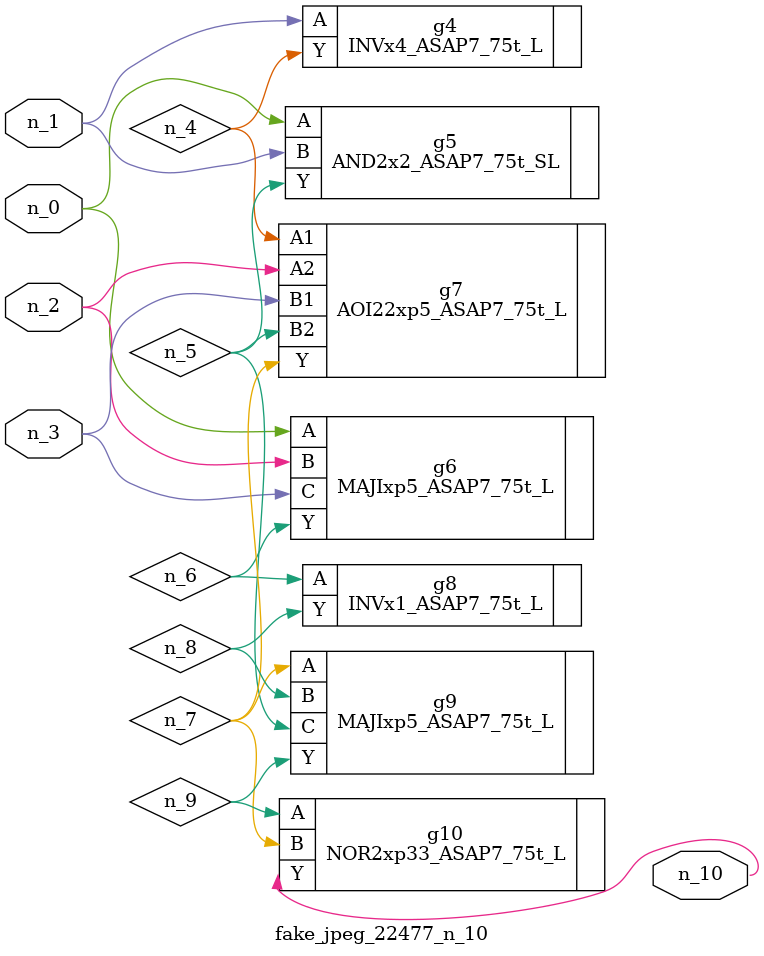
<source format=v>
module fake_jpeg_22477_n_10 (n_0, n_3, n_2, n_1, n_10);

input n_0;
input n_3;
input n_2;
input n_1;

output n_10;

wire n_4;
wire n_8;
wire n_9;
wire n_6;
wire n_5;
wire n_7;

INVx4_ASAP7_75t_L g4 ( 
.A(n_1),
.Y(n_4)
);

AND2x2_ASAP7_75t_SL g5 ( 
.A(n_0),
.B(n_1),
.Y(n_5)
);

MAJIxp5_ASAP7_75t_L g6 ( 
.A(n_0),
.B(n_2),
.C(n_3),
.Y(n_6)
);

AOI22xp5_ASAP7_75t_L g7 ( 
.A1(n_4),
.A2(n_2),
.B1(n_3),
.B2(n_5),
.Y(n_7)
);

MAJIxp5_ASAP7_75t_L g9 ( 
.A(n_7),
.B(n_8),
.C(n_5),
.Y(n_9)
);

INVx1_ASAP7_75t_L g8 ( 
.A(n_6),
.Y(n_8)
);

NOR2xp33_ASAP7_75t_L g10 ( 
.A(n_9),
.B(n_7),
.Y(n_10)
);


endmodule
</source>
